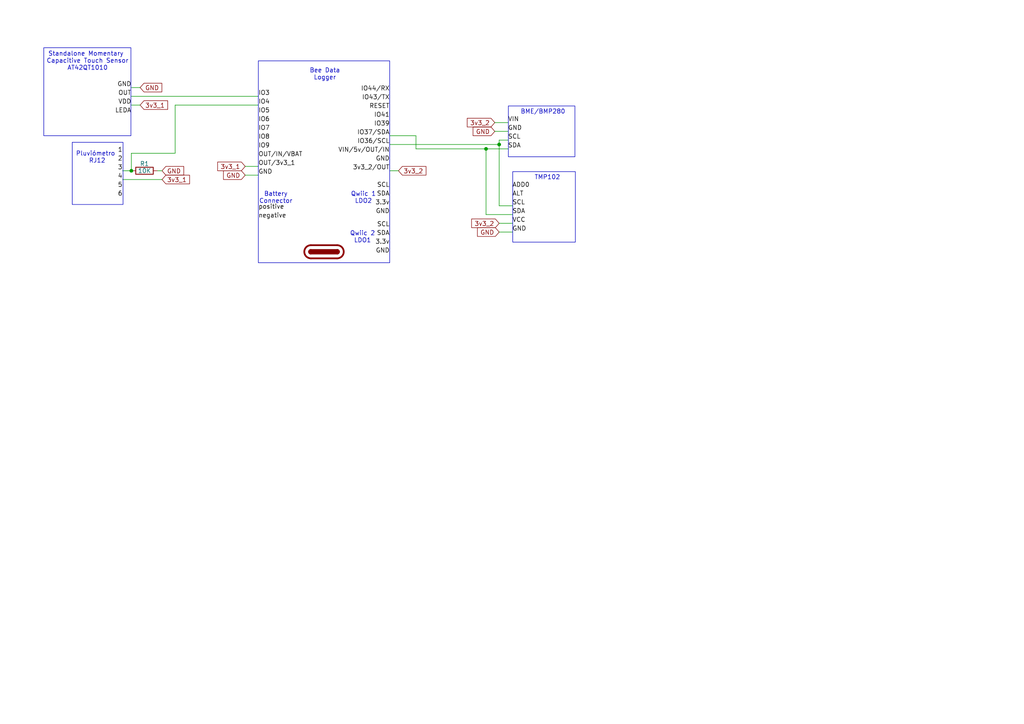
<source format=kicad_sch>
(kicad_sch (version 20231120) (generator "eeschema") (generator_version "8.0")
  (paper "A4")
  (lib_symbols
    (symbol "Connector:USB_C_Plug_USB2.0" (pin_names (offset 1.016))
      (symbol "USB_C_Plug_USB2.0_0_1"
        (arc (start -8.89 -3.81) (mid -6.985 -5.7067) (end -5.08 -3.81) (stroke (width 0.508)))
        (arc (start -7.62 -3.81) (mid -6.985 -4.4423) (end -6.35 -3.81) (stroke (width 0.254)))
        (arc (start -7.62 -3.81) (mid -6.985 -4.4423) (end -6.35 -3.81) (stroke (width 0.254)) (fill (type outline)))
        (rectangle (start -7.62 3.81) (end -6.35 -3.81) (stroke (width 0.254)) (fill (type outline)))
        (arc (start -6.35 3.81) (mid -6.985 4.4423) (end -7.62 3.81) (stroke (width 0.254)))
        (arc (start -6.35 3.81) (mid -6.985 4.4423) (end -7.62 3.81) (stroke (width 0.254)) (fill (type outline)))
        (arc (start -5.08 3.81) (mid -6.985 5.7067) (end -8.89 3.81) (stroke (width 0.508)))
        (polyline (pts (xy -8.89 -3.81) (xy -8.89 3.81)) (stroke (width 0.508)))
        (polyline (pts (xy -5.08 3.81) (xy -5.08 -3.81)) (stroke (width 0.508)))
      )
    )
    (symbol "Device:R" (pin_numbers hide) (pin_names (offset 0))
      (property "Reference" "R" (at 2.032 0 90))
      (property "Value" "R" (at 0 0 90))
      (symbol "R_0_1"
        (rectangle (start -1.016 -2.54) (end 1.016 2.54) (stroke (width 0.254)))
      )
      (symbol "R_1_1"
        (pin passive line (at 0 3.81 270) (length 1.27) (name "~") (number "1"))
        (pin passive line (at 0 -3.81 90) (length 1.27) (name "~") (number "2"))
      )
    )
  )
  (junction (at 140.97 43.18))
  (junction (at 144.78 41.91))
  (junction (at 38.1 49.53))
  (wire (pts (xy 140.97 43.18) (xy 140.97 62.23)))
  (wire (pts (xy 144.78 41.91) (xy 144.78 59.69)))
  (wire (pts (xy 144.78 40.64) (xy 144.78 41.91)))
  (wire (pts (xy 50.8 30.48) (xy 50.8 44.45)))
  (wire (pts (xy 46.99 52.07) (xy 35.56 52.07)))
  (wire (pts (xy 71.12 48.26) (xy 74.93 48.26)))
  (wire (pts (xy 144.78 64.77) (xy 148.59 64.77)))
  (wire (pts (xy 140.97 62.23) (xy 148.59 62.23)))
  (wire (pts (xy 46.99 49.53) (xy 45.72 49.53)))
  (wire (pts (xy 71.12 50.8) (xy 74.93 50.8)))
  (wire (pts (xy 113.03 41.91) (xy 144.78 41.91)))
  (wire (pts (xy 113.03 39.37) (xy 120.65 39.37)))
  (wire (pts (xy 74.93 30.48) (xy 50.8 30.48)))
  (wire (pts (xy 115.57 49.53) (xy 113.03 49.53)))
  (wire (pts (xy 143.51 35.56) (xy 147.32 35.56)))
  (wire (pts (xy 40.64 30.48) (xy 38.1 30.48)))
  (wire (pts (xy 120.65 39.37) (xy 120.65 43.18)))
  (wire (pts (xy 144.78 67.31) (xy 148.59 67.31)))
  (wire (pts (xy 144.78 59.69) (xy 148.59 59.69)))
  (wire (pts (xy 143.51 38.1) (xy 147.32 38.1)))
  (wire (pts (xy 38.1 27.94) (xy 74.93 27.94)))
  (wire (pts (xy 120.65 43.18) (xy 140.97 43.18)))
  (wire (pts (xy 50.8 44.45) (xy 38.1 44.45)))
  (wire (pts (xy 140.97 43.18) (xy 147.32 43.18)))
  (wire (pts (xy 38.1 44.45) (xy 38.1 49.53)))
  (wire (pts (xy 40.64 25.4) (xy 38.1 25.4)))
  (wire (pts (xy 144.78 40.64) (xy 147.32 40.64)))
  (wire (pts (xy 35.56 49.53) (xy 38.1 49.53)))
  (rectangle (start 37.973 13.843) (end 12.7 39.37))
  (rectangle (start 74.93 17.653) (end 113.03 76.2))
  (rectangle (start 148.717 49.784) (end 166.878 70.231))
  (rectangle (start 147.447 30.734) (end 166.751 45.466))
  (rectangle (start 20.955 41.275) (end 35.687 59.309))
  (text "Battery\nConnector" (at 80.01 57.404 0) (effects (font (size 1.27 1.27))))
  (text "Qwiic 2\nLDO1\n" (at 105.156 68.834 0) (effects (font (size 1.27 1.27))))
  (text "Bee Data\nLogger\n" (at 94.234 21.59 0) (effects (font (size 1.27 1.27))))
  (text "TMP102\n" (at 158.75 51.562 0) (effects (font (size 1.27 1.27))))
  (text "BME/BMP280" (at 157.48 32.512 0) (effects (font (size 1.27 1.27))))
  (text "Qwiic 1\nLDO2\n" (at 105.41 57.404 0) (effects (font (size 1.27 1.27))))
  (text "Standalone Momentary \nCapacitive Touch Sensor\nAT42QT1010" (at 25.4 17.78 0) (effects (font (size 1.27 1.27))))
  (text "Pluviómetro \nRJ12\n" (at 28.194 45.72 0) (effects (font (size 1.27 1.27))))
  (label "GND" (at 113.03 62.23 180))
  (label "IO41" (at 113.03 34.29 180))
  (label "GND" (at 113.03 73.66 180))
  (label "3v3_2{slash}OUT" (at 113.03 49.53 180))
  (label "GND" (at 74.93 50.8 0))
  (label "positive" (at 74.93 60.96 0))
  (label "SCL" (at 148.59 59.69 0))
  (label "IO43{slash}TX" (at 113.03 29.21 180))
  (label "SCL" (at 113.03 54.61 180))
  (label "RESET" (at 113.03 31.75 180))
  (label "OUT{slash}3v3_1" (at 74.93 48.26 0))
  (label "IO8" (at 74.93 40.64 0))
  (label "SDA" (at 113.03 68.58 180))
  (label "VDD" (at 38.1 30.48 180))
  (label "SDA" (at 148.59 62.23 0))
  (label "IO5" (at 74.93 33.02 0))
  (label "LEDA" (at 38.1 33.02 180))
  (label "SCL" (at 147.32 40.64 0))
  (label "IO9" (at 74.93 43.18 0))
  (label "3.3v" (at 113.03 71.12 180))
  (label "GND" (at 147.32 38.1 0))
  (label "VIN" (at 147.32 35.56 0))
  (label "IO37{slash}SDA" (at 113.03 39.37 180))
  (label "IO36{slash}SCL" (at 113.03 41.91 180))
  (label "SCL" (at 113.03 66.04 180))
  (label "GND" (at 148.59 67.31 0))
  (label "OUT" (at 38.1 27.94 180))
  (label "1" (at 35.56 44.45 180))
  (label "GND" (at 38.1 25.4 180))
  (label "IO3" (at 74.93 27.94 0))
  (label "VIN{slash}5v{slash}OUT{slash}IN" (at 113.03 44.45 180))
  (label "IO4" (at 74.93 30.48 0))
  (label "ADD0" (at 148.59 54.61 0))
  (label "6" (at 35.56 57.15 180))
  (label "IO6" (at 74.93 35.56 0))
  (label "SDA" (at 113.03 57.15 180))
  (label "GND" (at 113.03 46.99 180))
  (label "IO7" (at 74.93 38.1 0))
  (label "IO44{slash}RX" (at 113.03 26.67 180))
  (label "ALT" (at 148.59 57.15 0))
  (label "2" (at 35.56 46.99 180))
  (label "VCC" (at 148.59 64.77 0))
  (label "IO39" (at 113.03 36.83 180))
  (label "negative" (at 74.93 63.5 0))
  (label "SDA" (at 147.32 43.18 0))
  (label "4" (at 35.56 52.07 180))
  (label "3" (at 35.56 49.53 180))
  (label "3.3v" (at 113.03 59.69 180))
  (label "5" (at 35.56 54.61 180))
  (label "OUT{slash}IN{slash}VBAT" (at 74.93 45.72 0))
  (global_label "GND" (shape input) (at 143.51 38.1 180) (property "Intersheetrefs" "${INTERSHEET_REFS}" (effects (hide yes))))
  (global_label "GND" (shape input) (at 71.12 50.8 180) (property "Intersheetrefs" "${INTERSHEET_REFS}" (effects (hide yes))))
  (global_label "3v3_1" (shape input) (at 46.99 52.07 0) (property "Intersheetrefs" "${INTERSHEET_REFS}" (effects (hide yes))))
  (global_label "3v3_1" (shape input) (at 40.64 30.48 0) (property "Intersheetrefs" "${INTERSHEET_REFS}" (effects (hide yes))))
  (global_label "GND" (shape input) (at 46.99 49.53 0) (property "Intersheetrefs" "${INTERSHEET_REFS}" (effects (hide yes))))
  (global_label "3v3_2" (shape input) (at 144.78 64.77 180) (property "Intersheetrefs" "${INTERSHEET_REFS}" (effects (hide yes))))
  (global_label "3v3_2" (shape input) (at 143.51 35.56 180) (property "Intersheetrefs" "${INTERSHEET_REFS}" (effects (hide yes))))
  (global_label "3v3_2" (shape input) (at 115.57 49.53 0) (property "Intersheetrefs" "${INTERSHEET_REFS}" (effects (hide yes))))
  (global_label "GND" (shape input) (at 40.64 25.4 0) (property "Intersheetrefs" "${INTERSHEET_REFS}" (effects (hide yes))))
  (global_label "3v3_1" (shape input) (at 71.12 48.26 180) (property "Intersheetrefs" "${INTERSHEET_REFS}" (effects (hide yes))))
  (global_label "GND" (shape input) (at 144.78 67.31 180) (property "Intersheetrefs" "${INTERSHEET_REFS}" (effects (hide yes))))
  (symbol (lib_id "Connector:USB_C_Plug_USB2.0") (at 93.98 66.04 270) (mirror x) (unit 1)
    (property "Reference" "P1" (effects (hide yes)))
    (property "Value" "USB_C_Plug_USB2.0" (effects (hide yes)))
    (property "Datasheet" "https://www.usb.org/sites/default/files/documents/usb_type-c.zip" (effects (hide yes)))
    (property "Description" "USB 2.0-only Type-C Plug connector" (effects (hide yes)))
  )
  (symbol (lib_id "Device:R") (at 41.91 49.53 90) (mirror x) (unit 1)
    (property "Reference" "R1" (at 41.91 47.498 90))
    (property "Value" "10K" (at 41.91 49.53 90))
    (property "Description" "Resistor" (effects (hide yes)))
  )
)
</source>
